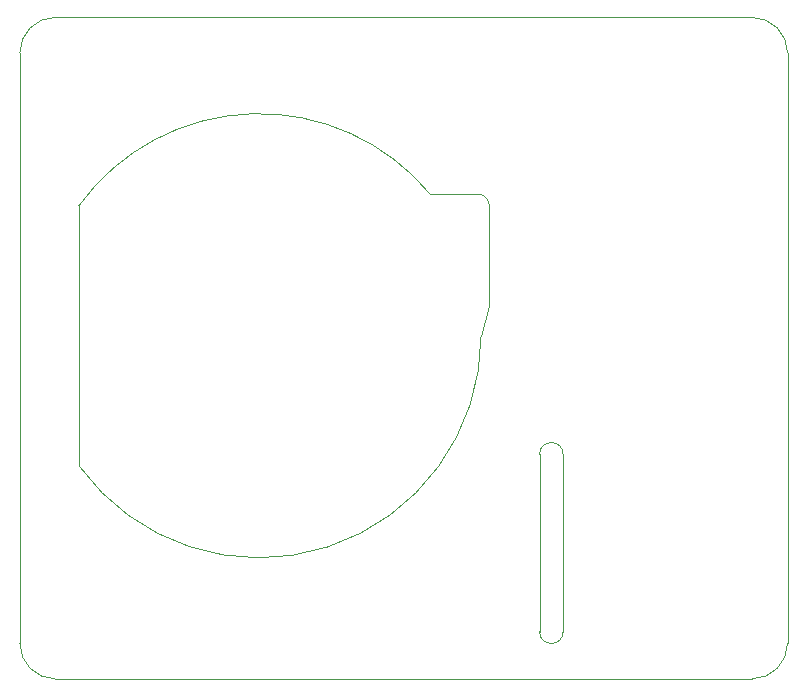
<source format=gbr>
%TF.GenerationSoftware,KiCad,Pcbnew,7.0.10*%
%TF.CreationDate,2024-06-03T11:18:50-05:00*%
%TF.ProjectId,ElectriPi,456c6563-7472-4695-9069-2e6b69636164,rev?*%
%TF.SameCoordinates,PX514cfd0PY32c87d0*%
%TF.FileFunction,Profile,NP*%
%FSLAX46Y46*%
G04 Gerber Fmt 4.6, Leading zero omitted, Abs format (unit mm)*
G04 Created by KiCad (PCBNEW 7.0.10) date 2024-06-03 11:18:50*
%MOMM*%
%LPD*%
G01*
G04 APERTURE LIST*
%TA.AperFunction,Profile*%
%ADD10C,0.100000*%
%TD*%
G04 APERTURE END LIST*
D10*
X0Y-18500000D02*
X0Y-53000000D01*
X65000000Y-3000000D02*
G75*
G03*
X62000000Y0I-3000000J0D01*
G01*
X44000000Y-37000000D02*
X44000000Y-52000000D01*
X0Y-53000000D02*
G75*
G03*
X3000000Y-56000000I3000000J0D01*
G01*
X3000000Y-56000000D02*
X62000000Y-56000000D01*
X62000000Y-56000000D02*
G75*
G03*
X65000000Y-53000000I0J3000000D01*
G01*
X46000000Y-37000000D02*
G75*
G03*
X44000000Y-37000000I-1000000J0D01*
G01*
X46000000Y-37000000D02*
X46000000Y-52000000D01*
X3000000Y0D02*
X62000000Y0D01*
X3000000Y0D02*
G75*
G03*
X0Y-3000000I0J-3000000D01*
G01*
X44000000Y-52000000D02*
G75*
G03*
X46000000Y-52000000I1000000J0D01*
G01*
X0Y-3000000D02*
X0Y-18500000D01*
X65000000Y-3000000D02*
X65000000Y-53000000D01*
%TO.C,U2*%
X5000000Y-15950000D02*
X5000000Y-37950000D01*
X34735921Y-14961650D02*
X38749999Y-14950000D01*
X39053256Y-26950000D02*
X39749999Y-24450000D01*
X39749999Y-24450000D02*
X39749999Y-15950000D01*
X34735920Y-14961651D02*
G75*
G03*
X5000001Y-15950001I-14485921J-11988349D01*
G01*
X39750000Y-15950000D02*
G75*
G03*
X38749999Y-14950000I-999900J100D01*
G01*
X5000000Y-37950000D02*
G75*
G03*
X39053256Y-26950000I15249999J11000000D01*
G01*
%TD*%
M02*

</source>
